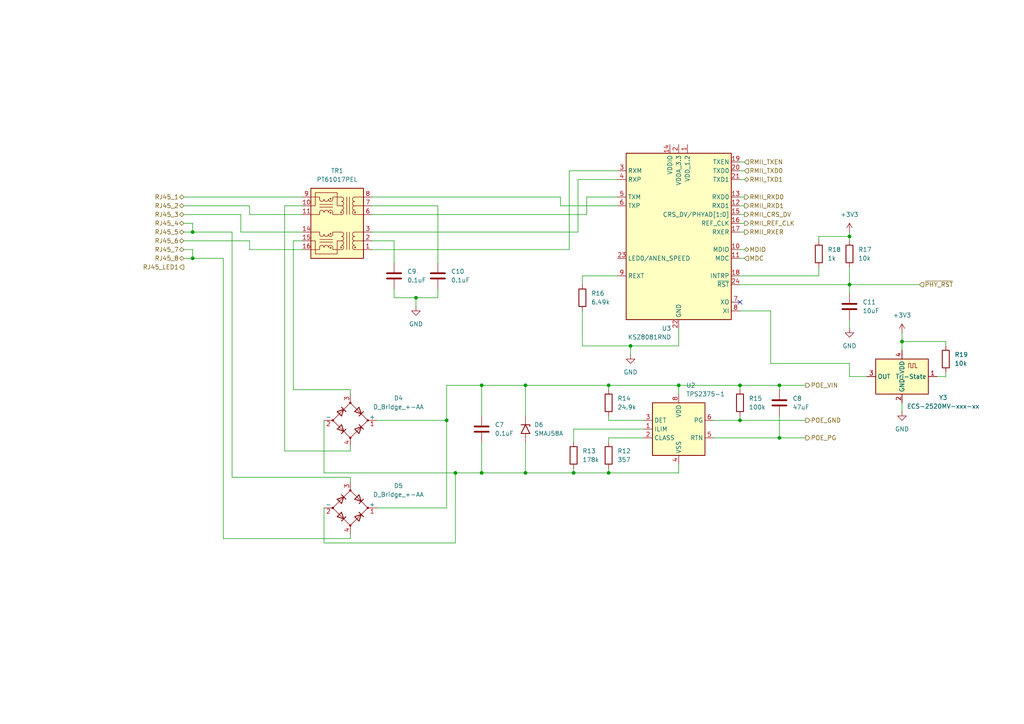
<source format=kicad_sch>
(kicad_sch (version 20250114) (generator "eeschema") (generator_version "9.0")
  (paper "A4")
  (title_block (title "iot-contact"))
  (lib_symbols
    (symbol "Device:C" (pin_numbers (hide yes)) (pin_names (offset 0.254))
      (property "Reference" "C" (at 0.635 2.54 0))
      (property "Value" "C" (at 0.635 -2.54 0))
      (symbol "C_0_1"
        (polyline (pts (xy -2.032 0.762) (xy 2.032 0.762)) (stroke (width 0.508)))
        (polyline (pts (xy -2.032 -0.762) (xy 2.032 -0.762)) (stroke (width 0.508)))
      )
      (symbol "C_1_1"
        (pin passive line (at 0 3.81 270) (length 2.794) (name "~") (number "1"))
        (pin passive line (at 0 -3.81 90) (length 2.794) (name "~") (number "2"))
      )
    )
    (symbol "Device:D_Bridge_+-AA" (pin_names (offset 0))
      (property "Reference" "D" (at 2.54 6.985 0))
      (property "Value" "D_Bridge_+-AA" (at 2.54 5.08 0))
      (symbol "D_Bridge_+-AA_0_1"
        (circle (center -5.08 0) (radius 0.254) (fill (type outline)))
        (polyline (pts (xy -5.08 0) (xy 0 -5.08) (xy 5.08 0) (xy 0 5.08) (xy -5.08 0)))
        (polyline (pts (xy -3.81 2.54) (xy -2.54 1.27) (xy -1.905 3.175) (xy -3.81 2.54)) (stroke (width 0.254)))
        (polyline (pts (xy -2.54 3.81) (xy -1.27 2.54)) (stroke (width 0.254)))
        (polyline (pts (xy -2.54 -1.27) (xy -3.81 -2.54) (xy -1.905 -3.175) (xy -2.54 -1.27)) (stroke (width 0.254)))
        (polyline (pts (xy -1.27 -2.54) (xy -2.54 -3.81)) (stroke (width 0.254)))
        (circle (center 0 5.08) (radius 0.254) (fill (type outline)))
        (circle (center 0 -5.08) (radius 0.254) (fill (type outline)))
        (polyline (pts (xy 1.27 2.54) (xy 2.54 3.81) (xy 3.175 1.905) (xy 1.27 2.54)) (stroke (width 0.254)))
        (polyline (pts (xy 2.54 1.27) (xy 3.81 2.54)) (stroke (width 0.254)))
        (polyline (pts (xy 2.54 -1.27) (xy 3.81 -2.54)) (stroke (width 0.254)))
        (polyline (pts (xy 3.175 -1.905) (xy 1.27 -2.54) (xy 2.54 -3.81) (xy 3.175 -1.905)) (stroke (width 0.254)))
        (circle (center 5.08 0) (radius 0.254) (fill (type outline)))
      )
      (symbol "D_Bridge_+-AA_1_1"
        (pin passive line (at -7.62 0 0) (length 2.54) (name "-") (number "2"))
        (pin passive line (at 0 7.62 270) (length 2.54) (name "~") (number "3"))
        (pin passive line (at 0 -7.62 90) (length 2.54) (name "~") (number "4"))
        (pin passive line (at 7.62 0 180) (length 2.54) (name "+") (number "1"))
      )
    )
    (symbol "Device:R" (pin_numbers (hide yes)) (pin_names (offset 0))
      (property "Reference" "R" (at 2.032 0 90))
      (property "Value" "R" (at 0 0 90))
      (symbol "R_0_1"
        (rectangle (start -1.016 -2.54) (end 1.016 2.54) (stroke (width 0.254)))
      )
      (symbol "R_1_1"
        (pin passive line (at 0 3.81 270) (length 1.27) (name "~") (number "1"))
        (pin passive line (at 0 -3.81 90) (length 1.27) (name "~") (number "2"))
      )
    )
    (symbol "Diode:SMAJ58A" (pin_numbers (hide yes)) (pin_names (offset 1.016) (hide yes))
      (property "Reference" "D" (at 0 2.54 0))
      (property "Value" "SMAJ58A" (at 0 -2.54 0))
      (symbol "SMAJ58A_0_1"
        (polyline (pts (xy -0.762 1.27) (xy -1.27 1.27) (xy -1.27 -1.27)) (stroke (width 0.254)))
        (polyline (pts (xy 1.27 1.27) (xy 1.27 -1.27) (xy -1.27 0) (xy 1.27 1.27)) (stroke (width 0.254)))
      )
      (symbol "SMAJ58A_1_1"
        (pin passive line (at -3.81 0 0) (length 2.54) (name "A1") (number "1"))
        (pin passive line (at 3.81 0 180) (length 2.54) (name "A2") (number "2"))
      )
    )
    (symbol "Interface_Ethernet:KSZ8081RND"
      (property "Reference" "U" (at -15.24 26.035 0))
      (property "Value" "KSZ8081RND" (at 3.81 26.035 0))
      (symbol "KSZ8081RND_0_1"
        (rectangle (start -15.24 25.4) (end 15.24 -22.86) (stroke (width 0.254)) (fill (type background)))
      )
      (symbol "KSZ8081RND_1_1"
        (pin input line (at -17.78 22.86 0) (length 2.54) (name "TXEN") (number "19"))
        (pin input line (at -17.78 20.32 0) (length 2.54) (name "TXD0") (number "20"))
        (pin bidirectional line (at -17.78 17.78 0) (length 2.54) (name "TXD1") (number "21"))
        (pin output line (at -17.78 12.7 0) (length 2.54) (name "RXD0") (number "13"))
        (pin output line (at -17.78 10.16 0) (length 2.54) (name "RXD1") (number "12"))
        (pin output line (at -17.78 7.62 0) (length 2.54) (name "CRS_DV/PHYAD[1:0]") (number "15"))
        (pin output line (at -17.78 5.08 0) (length 2.54) (name "REF_CLK") (number "16"))
        (pin output line (at -17.78 2.54 0) (length 2.54) (name "RXER") (number "17"))
        (pin bidirectional line (at -17.78 -2.54 0) (length 2.54) (name "MDIO") (number "10"))
        (pin input line (at -17.78 -5.08 0) (length 2.54) (name "MDC") (number "11"))
        (pin bidirectional line (at -17.78 -10.16 0) (length 2.54) (name "INTRP") (number "18"))
        (pin input line (at -17.78 -12.7 0) (length 2.54) (name "~{RST}") (number "24"))
        (pin output line (at -17.78 -17.78 0) (length 2.54) (name "XO") (number "7"))
        (pin input line (at -17.78 -20.32 0) (length 2.54) (name "XI") (number "8"))
        (pin power_out line (at -2.54 27.94 270) (length 2.54) (name "VDD_1.2") (number "1"))
        (pin power_in line (at 0 27.94 270) (length 2.54) (name "VDDA_3.3") (number "2"))
        (pin power_in line (at 0 -25.4 90) (length 2.54) (name "GND") (number "22"))
        (pin passive line (at 0 -25.4 90) (length 2.54) (hide yes) (name "GND") (number "25"))
        (pin power_in line (at 2.54 27.94 270) (length 2.54) (name "VDDIO") (number "14"))
        (pin bidirectional line (at 17.78 20.32 180) (length 2.54) (name "RXM") (number "3"))
        (pin bidirectional line (at 17.78 17.78 180) (length 2.54) (name "RXP") (number "4"))
        (pin bidirectional line (at 17.78 12.7 180) (length 2.54) (name "TXM") (number "5"))
        (pin bidirectional line (at 17.78 10.16 180) (length 2.54) (name "TXP") (number "6"))
        (pin output line (at 17.78 -5.08 180) (length 2.54) (name "LED0/ANEN_SPEED") (number "23"))
        (pin passive line (at 17.78 -10.16 180) (length 2.54) (name "REXT") (number "9"))
      )
    )
    (symbol "Oscillator:ECS-2520MV-xxx-xx"
      (property "Reference" "Y" (at -5.08 6.35 0))
      (property "Value" "ECS-2520MV-xxx-xx" (at 1.27 -6.35 0))
      (symbol "ECS-2520MV-xxx-xx_0_1"
        (rectangle (start -7.62 5.08) (end 7.62 -5.08) (stroke (width 0.254)) (fill (type background)))
        (polyline (pts (xy -4.445 2.54) (xy -3.81 2.54) (xy -3.81 3.81) (xy -3.175 3.81) (xy -3.175 2.54) (xy -2.54 2.54) (xy -2.54 3.81) (xy -1.905 3.81) (xy -1.905 2.54)))
      )
      (symbol "ECS-2520MV-xxx-xx_1_1"
        (pin input line (at -10.16 0 0) (length 2.54) (name "Tri-State") (number "1"))
        (pin power_in line (at 0 7.62 270) (length 2.54) (name "VDD") (number "4"))
        (pin power_in line (at 0 -7.62 90) (length 2.54) (name "GND") (number "2"))
        (pin output line (at 10.16 0 180) (length 2.54) (name "OUT") (number "3"))
      )
    )
    (symbol "Regulator_Controller:TPS2375-1"
      (property "Reference" "U" (at 2.54 -8.89 0))
      (property "Value" "TPS2375-1" (at 7.62 -11.43 0))
      (symbol "TPS2375-1_0_1"
        (rectangle (start -7.62 7.62) (end 7.62 -7.62) (stroke (width 0.254)) (fill (type background)))
      )
      (symbol "TPS2375-1_1_1"
        (pin passive line (at -10.16 2.54 0) (length 2.54) (name "DET") (number "3"))
        (pin passive line (at -10.16 0 0) (length 2.54) (name "ILIM") (number "1"))
        (pin passive line (at -10.16 -2.54 0) (length 2.54) (name "CLASS") (number "2"))
        (pin power_in line (at 0 10.16 270) (length 2.54) (name "VDD") (number "8"))
        (pin power_in line (at 0 -10.16 90) (length 2.54) (name "VSS") (number "4"))
        (pin no_connect line (at 7.62 0 180) (length 2.54) (hide yes) (name "NC") (number "7"))
        (pin open_collector line (at 10.16 2.54 180) (length 2.54) (name "PG") (number "6"))
        (pin power_out line (at 10.16 -2.54 180) (length 2.54) (name "RTN") (number "5"))
      )
    )
    (symbol "Transformer:PT61017PEL" (pin_names (hide yes))
      (property "Reference" "TR" (at 0 10.795 0))
      (property "Value" "PT61017PEL" (at 0 -10.795 0))
      (symbol "PT61017PEL_0_1"
        (rectangle (start -7.62 10.16) (end 7.62 -10.16) (stroke (width 0.254)) (fill (type background)))
        (circle (center -5.207 3.175) (radius 0.1778))
        (arc (start -5.08 7.62) (mid -4.4477 6.985) (end -5.08 6.35))
        (polyline (pts (xy -5.08 7.62) (xy -7.62 7.62)))
        (polyline (pts (xy -5.08 5.08) (xy -7.62 5.08)))
        (polyline (pts (xy -5.08 2.54) (xy -7.62 2.54)))
        (polyline (pts (xy -3.556 2.54) (xy -3.556 7.62)))
        (polyline (pts (xy -3.556 -2.54) (xy -3.556 -7.62)))
        (polyline (pts (xy -2.794 7.62) (xy -2.794 2.54)))
        (polyline (pts (xy -2.794 -7.62) (xy -2.794 -2.54)))
        (polyline (pts (xy -1.27 5.08) (xy 0 5.08) (xy 0 8.89) (xy 6.35 8.89) (xy 6.35 5.08) (xy 7.62 5.08)))
        (polyline (pts (xy -1.27 2.54) (xy 1.27 2.54) (xy 1.27 3.175)))
        (polyline (pts (xy 1.27 6.985) (xy 1.27 7.62) (xy -1.27 7.62)))
        (polyline (pts (xy 1.27 5.461) (xy 5.08 5.461)))
        (polyline (pts (xy 1.27 4.699) (xy 5.08 4.699)))
        (polyline (pts (xy 5.08 6.985) (xy 5.08 7.62) (xy 7.62 7.62)))
        (polyline (pts (xy 5.08 3.175) (xy 5.08 2.54) (xy 7.62 2.54)))
      )
      (symbol "PT61017PEL_1_1"
        (circle (center -5.207 -6.985) (radius 0.1778))
        (arc (start -5.08 6.35) (mid -4.4477 5.715) (end -5.08 5.08))
        (arc (start -5.08 5.08) (mid -4.4477 4.445) (end -5.08 3.81))
        (arc (start -5.08 3.81) (mid -4.4477 3.175) (end -5.08 2.54))
        (arc (start -5.08 -2.54) (mid -4.4477 -3.175) (end -5.08 -3.81))
        (arc (start -5.08 -3.81) (mid -4.4477 -4.445) (end -5.08 -5.08))
        (arc (start -5.08 -5.08) (mid -4.4477 -5.715) (end -5.08 -6.35))
        (arc (start -5.08 -6.35) (mid -4.4477 -6.985) (end -5.08 -7.62))
        (polyline (pts (xy -5.08 -2.54) (xy -7.62 -2.54)))
        (polyline (pts (xy -5.08 -5.08) (xy -7.62 -5.08)))
        (polyline (pts (xy -5.08 -7.62) (xy -7.62 -7.62)))
        (polyline (pts (xy -1.27 -7.62) (xy 1.27 -7.62) (xy 1.27 -6.985)))
        (arc (start -1.27 6.35) (mid -1.9023 6.985) (end -1.27 7.62))
        (arc (start -1.27 5.08) (mid -1.9023 5.715) (end -1.27 6.35))
        (arc (start -1.27 3.81) (mid -1.9023 4.445) (end -1.27 5.08))
        (arc (start -1.27 2.54) (mid -1.9023 3.175) (end -1.27 3.81))
        (arc (start -1.27 -3.81) (mid -1.9023 -3.175) (end -1.27 -2.54))
        (arc (start -1.27 -5.08) (mid -1.9023 -4.445) (end -1.27 -3.81))
        (arc (start -1.27 -6.35) (mid -1.9023 -5.715) (end -1.27 -5.08))
        (arc (start -1.27 -7.62) (mid -1.9023 -6.985) (end -1.27 -6.35))
        (circle (center -1.143 3.175) (radius 0.1778))
        (circle (center -1.143 -6.985) (radius 0.1778))
        (polyline (pts (xy 1.27 -3.175) (xy 1.27 -2.54) (xy -1.27 -2.54)))
        (polyline (pts (xy 1.27 -4.699) (xy 5.08 -4.699)))
        (polyline (pts (xy 1.27 -5.461) (xy 5.08 -5.461)))
        (circle (center 1.905 7.112) (radius 0.1778))
        (arc (start 2.54 6.985) (mid 1.905 6.3527) (end 1.27 6.985))
        (arc (start 1.27 3.175) (mid 1.905 3.8073) (end 2.54 3.175))
        (circle (center 1.905 3.048) (radius 0.1778))
        (circle (center 1.905 -3.048) (radius 0.1778))
        (arc (start 2.54 -3.175) (mid 1.905 -3.8073) (end 1.27 -3.175))
        (arc (start 1.27 -6.985) (mid 1.905 -6.3527) (end 2.54 -6.985))
        (circle (center 1.905 -7.112) (radius 0.1778))
        (arc (start 3.81 6.985) (mid 3.175 6.3527) (end 2.54 6.985))
        (arc (start 2.54 3.175) (mid 3.175 3.8073) (end 3.81 3.175))
        (arc (start 3.81 -3.175) (mid 3.175 -3.8073) (end 2.54 -3.175))
        (arc (start 2.54 -6.985) (mid 3.175 -6.3527) (end 3.81 -6.985))
        (arc (start 5.08 6.985) (mid 4.445 6.3527) (end 3.81 6.985))
        (arc (start 3.81 3.175) (mid 4.445 3.8073) (end 5.08 3.175))
        (arc (start 5.08 -3.175) (mid 4.445 -3.8073) (end 3.81 -3.175))
        (arc (start 3.81 -6.985) (mid 4.445 -6.3527) (end 5.08 -6.985))
        (polyline (pts (xy 5.08 -3.175) (xy 5.08 -2.54) (xy 7.62 -2.54)))
        (polyline (pts (xy 5.08 -6.985) (xy 5.08 -7.62) (xy 7.62 -7.62)))
        (polyline (pts (xy 7.62 -5.08) (xy 6.35 -5.08) (xy 6.35 -8.89) (xy 0 -8.89) (xy 0 -5.08) (xy -1.27 -5.08)))
        (pin passive line (at -10.16 7.62 0) (length 2.54) (name "RD-") (number "8"))
        (pin passive line (at -10.16 5.08 0) (length 2.54) (name "C_RD") (number "7"))
        (pin passive line (at -10.16 2.54 0) (length 2.54) (name "RD+") (number "6"))
        (pin passive line (at -10.16 -2.54 0) (length 2.54) (name "TD-") (number "3"))
        (pin passive line (at -10.16 -5.08 0) (length 2.54) (name "C_TD") (number "2"))
        (pin passive line (at -10.16 -7.62 0) (length 2.54) (name "TD+") (number "1"))
        (pin passive line (at 10.16 7.62 180) (length 2.54) (name "RX-") (number "9"))
        (pin passive line (at 10.16 5.08 180) (length 2.54) (name "C_RX") (number "10"))
        (pin passive line (at 10.16 2.54 180) (length 2.54) (name "RX+") (number "11"))
        (pin passive line (at 10.16 -2.54 180) (length 2.54) (name "TX-") (number "14"))
        (pin passive line (at 10.16 -5.08 180) (length 2.54) (name "C_TX") (number "15"))
        (pin passive line (at 10.16 -7.62 180) (length 2.54) (name "TX+") (number "16"))
      )
    )
    (symbol "power:+3V3" (power) (pin_numbers (hide yes)) (pin_names (offset 0) (hide yes))
      (property "Value" "+3V3" (at 0 3.556 0))
      (symbol "+3V3_0_1"
        (polyline (pts (xy -0.762 1.27) (xy 0 2.54)))
        (polyline (pts (xy 0 2.54) (xy 0.762 1.27)))
        (polyline (pts (xy 0 0) (xy 0 2.54)))
      )
      (symbol "+3V3_1_1"
        (pin power_in line (at 0 0 90) (length 0) (name "~") (number "1"))
      )
    )
    (symbol "power:GND" (power) (pin_numbers (hide yes)) (pin_names (offset 0) (hide yes))
      (property "Value" "GND" (at 0 -3.81 0))
      (symbol "GND_0_1"
        (polyline (pts (xy 0 0) (xy 0 -1.27) (xy 1.27 -1.27) (xy 0 -2.54) (xy -1.27 -1.27) (xy 0 -1.27)))
      )
      (symbol "GND_1_1"
        (pin power_in line (at 0 0 270) (length 0) (name "~") (number "1"))
      )
    )
  )
  (junction (at 152.4 111.76))
  (junction (at 139.7 137.16))
  (junction (at 214.63 121.92))
  (junction (at 214.63 111.76))
  (junction (at 226.06 127))
  (junction (at 55.88 74.93))
  (junction (at 166.37 137.16))
  (junction (at 152.4 137.16))
  (junction (at 246.38 68.58))
  (junction (at 226.06 111.76))
  (junction (at 246.38 82.55))
  (junction (at 139.7 111.76))
  (junction (at 176.53 111.76))
  (junction (at 120.65 86.36))
  (junction (at 55.88 67.31))
  (junction (at 176.53 137.16))
  (junction (at 129.54 121.92))
  (junction (at 182.88 100.33))
  (junction (at 261.62 99.06))
  (junction (at 196.85 111.76))
  (junction (at 132.08 137.16))
  (no_connect (at 214.63 87.63))
  (wire (pts (xy 107.95 59.69) (xy 127 59.69)))
  (wire (pts (xy 55.88 74.93) (xy 55.88 72.39)))
  (wire (pts (xy 196.85 100.33) (xy 196.85 95.25)))
  (wire (pts (xy 93.98 121.92) (xy 93.98 137.16)))
  (wire (pts (xy 226.06 111.76) (xy 233.68 111.76)))
  (wire (pts (xy 55.88 72.39) (xy 53.34 72.39)))
  (wire (pts (xy 120.65 86.36) (xy 120.65 88.9)))
  (wire (pts (xy 82.55 130.81) (xy 101.6 130.81)))
  (wire (pts (xy 85.09 113.03) (xy 101.6 113.03)))
  (wire (pts (xy 271.78 109.22) (xy 274.32 109.22)))
  (wire (pts (xy 53.34 64.77) (xy 55.88 64.77)))
  (wire (pts (xy 170.18 62.23) (xy 170.18 57.15)))
  (wire (pts (xy 237.49 69.85) (xy 237.49 68.58)))
  (wire (pts (xy 214.63 46.99) (xy 215.9 46.99)))
  (wire (pts (xy 274.32 99.06) (xy 261.62 99.06)))
  (wire (pts (xy 162.56 57.15) (xy 162.56 59.69)))
  (wire (pts (xy 214.63 72.39) (xy 215.9 72.39)))
  (wire (pts (xy 72.39 62.23) (xy 87.63 62.23)))
  (wire (pts (xy 64.77 156.21) (xy 101.6 156.21)))
  (wire (pts (xy 168.91 90.17) (xy 168.91 100.33)))
  (wire (pts (xy 55.88 67.31) (xy 55.88 64.77)))
  (wire (pts (xy 214.63 52.07) (xy 215.9 52.07)))
  (wire (pts (xy 246.38 77.47) (xy 246.38 82.55)))
  (wire (pts (xy 166.37 128.27) (xy 166.37 124.46)))
  (wire (pts (xy 101.6 113.03) (xy 101.6 114.3)))
  (wire (pts (xy 109.22 121.92) (xy 129.54 121.92)))
  (wire (pts (xy 55.88 74.93) (xy 64.77 74.93)))
  (wire (pts (xy 53.34 62.23) (xy 69.85 62.23)))
  (wire (pts (xy 261.62 96.52) (xy 261.62 99.06)))
  (wire (pts (xy 246.38 105.41) (xy 223.52 105.41)))
  (wire (pts (xy 69.85 62.23) (xy 69.85 67.31)))
  (wire (pts (xy 214.63 59.69) (xy 215.9 59.69)))
  (wire (pts (xy 72.39 69.85) (xy 72.39 72.39)))
  (wire (pts (xy 196.85 137.16) (xy 196.85 134.62)))
  (wire (pts (xy 165.1 49.53) (xy 179.07 49.53)))
  (wire (pts (xy 165.1 72.39) (xy 165.1 49.53)))
  (wire (pts (xy 251.46 109.22) (xy 246.38 109.22)))
  (wire (pts (xy 132.08 137.16) (xy 139.7 137.16)))
  (wire (pts (xy 55.88 67.31) (xy 67.31 67.31)))
  (wire (pts (xy 152.4 111.76) (xy 152.4 120.65)))
  (wire (pts (xy 274.32 99.06) (xy 274.32 100.33)))
  (wire (pts (xy 176.53 121.92) (xy 186.69 121.92)))
  (wire (pts (xy 107.95 72.39) (xy 165.1 72.39)))
  (wire (pts (xy 176.53 127) (xy 186.69 127)))
  (wire (pts (xy 167.64 52.07) (xy 179.07 52.07)))
  (wire (pts (xy 101.6 156.21) (xy 101.6 154.94)))
  (wire (pts (xy 87.63 59.69) (xy 82.55 59.69)))
  (wire (pts (xy 168.91 80.01) (xy 179.07 80.01)))
  (wire (pts (xy 207.01 127) (xy 226.06 127)))
  (wire (pts (xy 246.38 82.55) (xy 246.38 85.09)))
  (wire (pts (xy 214.63 111.76) (xy 226.06 111.76)))
  (wire (pts (xy 214.63 49.53) (xy 215.9 49.53)))
  (wire (pts (xy 166.37 135.89) (xy 166.37 137.16)))
  (wire (pts (xy 152.4 111.76) (xy 176.53 111.76)))
  (wire (pts (xy 53.34 59.69) (xy 72.39 59.69)))
  (wire (pts (xy 207.01 121.92) (xy 214.63 121.92)))
  (wire (pts (xy 82.55 59.69) (xy 82.55 130.81)))
  (wire (pts (xy 214.63 120.65) (xy 214.63 121.92)))
  (wire (pts (xy 214.63 111.76) (xy 214.63 113.03)))
  (wire (pts (xy 87.63 69.85) (xy 85.09 69.85)))
  (wire (pts (xy 226.06 120.65) (xy 226.06 127)))
  (wire (pts (xy 176.53 120.65) (xy 176.53 121.92)))
  (wire (pts (xy 107.95 57.15) (xy 162.56 57.15)))
  (wire (pts (xy 226.06 127) (xy 233.68 127)))
  (wire (pts (xy 101.6 138.43) (xy 101.6 139.7)))
  (wire (pts (xy 114.3 86.36) (xy 120.65 86.36)))
  (wire (pts (xy 72.39 72.39) (xy 87.63 72.39)))
  (wire (pts (xy 196.85 111.76) (xy 214.63 111.76)))
  (wire (pts (xy 107.95 62.23) (xy 170.18 62.23)))
  (wire (pts (xy 127 83.82) (xy 127 86.36)))
  (wire (pts (xy 261.62 116.84) (xy 261.62 119.38)))
  (wire (pts (xy 214.63 82.55) (xy 246.38 82.55)))
  (wire (pts (xy 72.39 59.69) (xy 72.39 62.23)))
  (wire (pts (xy 176.53 135.89) (xy 176.53 137.16)))
  (wire (pts (xy 166.37 137.16) (xy 176.53 137.16)))
  (wire (pts (xy 114.3 76.2) (xy 114.3 69.85)))
  (wire (pts (xy 139.7 111.76) (xy 139.7 120.65)))
  (wire (pts (xy 246.38 82.55) (xy 266.7 82.55)))
  (wire (pts (xy 67.31 138.43) (xy 101.6 138.43)))
  (wire (pts (xy 214.63 57.15) (xy 215.9 57.15)))
  (wire (pts (xy 139.7 137.16) (xy 152.4 137.16)))
  (wire (pts (xy 176.53 111.76) (xy 196.85 111.76)))
  (wire (pts (xy 101.6 130.81) (xy 101.6 129.54)))
  (wire (pts (xy 214.63 121.92) (xy 233.68 121.92)))
  (wire (pts (xy 93.98 137.16) (xy 132.08 137.16)))
  (wire (pts (xy 214.63 62.23) (xy 215.9 62.23)))
  (wire (pts (xy 214.63 74.93) (xy 215.9 74.93)))
  (wire (pts (xy 85.09 69.85) (xy 85.09 113.03)))
  (wire (pts (xy 223.52 105.41) (xy 223.52 90.17)))
  (wire (pts (xy 168.91 82.55) (xy 168.91 80.01)))
  (wire (pts (xy 182.88 100.33) (xy 182.88 102.87)))
  (wire (pts (xy 53.34 69.85) (xy 72.39 69.85)))
  (wire (pts (xy 53.34 57.15) (xy 87.63 57.15)))
  (wire (pts (xy 223.52 90.17) (xy 214.63 90.17)))
  (wire (pts (xy 226.06 111.76) (xy 226.06 113.03)))
  (wire (pts (xy 129.54 147.32) (xy 129.54 121.92)))
  (wire (pts (xy 93.98 157.48) (xy 132.08 157.48)))
  (wire (pts (xy 261.62 99.06) (xy 261.62 101.6)))
  (wire (pts (xy 64.77 74.93) (xy 64.77 156.21)))
  (wire (pts (xy 196.85 111.76) (xy 196.85 114.3)))
  (wire (pts (xy 162.56 59.69) (xy 179.07 59.69)))
  (wire (pts (xy 246.38 92.71) (xy 246.38 95.25)))
  (wire (pts (xy 170.18 57.15) (xy 179.07 57.15)))
  (wire (pts (xy 237.49 80.01) (xy 237.49 77.47)))
  (wire (pts (xy 246.38 109.22) (xy 246.38 105.41)))
  (wire (pts (xy 139.7 111.76) (xy 152.4 111.76)))
  (wire (pts (xy 109.22 147.32) (xy 129.54 147.32)))
  (wire (pts (xy 53.34 67.31) (xy 55.88 67.31)))
  (wire (pts (xy 114.3 83.82) (xy 114.3 86.36)))
  (wire (pts (xy 139.7 128.27) (xy 139.7 137.16)))
  (wire (pts (xy 93.98 147.32) (xy 93.98 157.48)))
  (wire (pts (xy 69.85 67.31) (xy 87.63 67.31)))
  (wire (pts (xy 214.63 67.31) (xy 215.9 67.31)))
  (wire (pts (xy 246.38 67.31) (xy 246.38 68.58)))
  (wire (pts (xy 127 59.69) (xy 127 76.2)))
  (wire (pts (xy 182.88 100.33) (xy 196.85 100.33)))
  (wire (pts (xy 237.49 68.58) (xy 246.38 68.58)))
  (wire (pts (xy 176.53 111.76) (xy 176.53 113.03)))
  (wire (pts (xy 152.4 137.16) (xy 166.37 137.16)))
  (wire (pts (xy 274.32 109.22) (xy 274.32 107.95)))
  (wire (pts (xy 129.54 121.92) (xy 129.54 111.76)))
  (wire (pts (xy 176.53 128.27) (xy 176.53 127)))
  (wire (pts (xy 152.4 128.27) (xy 152.4 137.16)))
  (wire (pts (xy 107.95 67.31) (xy 167.64 67.31)))
  (wire (pts (xy 129.54 111.76) (xy 139.7 111.76)))
  (wire (pts (xy 176.53 137.16) (xy 196.85 137.16)))
  (wire (pts (xy 168.91 100.33) (xy 182.88 100.33)))
  (wire (pts (xy 67.31 67.31) (xy 67.31 138.43)))
  (wire (pts (xy 167.64 67.31) (xy 167.64 52.07)))
  (wire (pts (xy 166.37 124.46) (xy 186.69 124.46)))
  (wire (pts (xy 127 86.36) (xy 120.65 86.36)))
  (wire (pts (xy 214.63 80.01) (xy 237.49 80.01)))
  (wire (pts (xy 214.63 64.77) (xy 215.9 64.77)))
  (wire (pts (xy 246.38 68.58) (xy 246.38 69.85)))
  (wire (pts (xy 53.34 74.93) (xy 55.88 74.93)))
  (wire (pts (xy 132.08 157.48) (xy 132.08 137.16)))
  (wire (pts (xy 114.3 69.85) (xy 107.95 69.85)))
  (hierarchical_label "RMII_REF_CLK" (shape output) (at 215.9 64.77 0))
  (hierarchical_label "~{PHY_RST}" (shape input) (at 266.7 82.55 0))
  (hierarchical_label "RMII_TXEN" (shape input) (at 215.9 46.99 0))
  (hierarchical_label "MDC" (shape input) (at 215.9 74.93 0))
  (hierarchical_label "RMII_RXER" (shape output) (at 215.9 67.31 0))
  (hierarchical_label "RJ45_7" (shape bidirectional) (at 53.34 72.39 180))
  (hierarchical_label "RMII_TXD0" (shape input) (at 215.9 49.53 0))
  (hierarchical_label "MDIO" (shape bidirectional) (at 215.9 72.39 0))
  (hierarchical_label "POE_VIN" (shape output) (at 233.68 111.76 0))
  (hierarchical_label "RJ45_LED1" (shape output) (at 53.34 77.47 180))
  (hierarchical_label "RMII_TXD1" (shape bidirectional) (at 215.9 52.07 0))
  (hierarchical_label "RJ45_2" (shape bidirectional) (at 53.34 59.69 180))
  (hierarchical_label "RJ45_3" (shape bidirectional) (at 53.34 62.23 180))
  (hierarchical_label "POE_GND" (shape output) (at 233.68 121.92 0))
  (hierarchical_label "RJ45_1" (shape bidirectional) (at 53.34 57.15 180))
  (hierarchical_label "RJ45_5" (shape bidirectional) (at 53.34 67.31 180))
  (hierarchical_label "RMII_CRS_DV" (shape output) (at 215.9 62.23 0))
  (hierarchical_label "RJ45_4" (shape bidirectional) (at 53.34 64.77 180))
  (hierarchical_label "RMII_RXD1" (shape output) (at 215.9 59.69 0))
  (hierarchical_label "RMII_RXD0" (shape output) (at 215.9 57.15 0))
  (hierarchical_label "RJ45_8" (shape bidirectional) (at 53.34 74.93 180))
  (hierarchical_label "POE_PG" (shape output) (at 233.68 127 0))
  (hierarchical_label "RJ45_6" (shape bidirectional) (at 53.34 69.85 180))
  (symbol (lib_id "Device:C") (at 139.7 124.46 0) (unit 1)
    (property "Reference" "C7" (at 143.51 123.1899 0) (effects (justify left)))
    (property "Value" "0.1uF" (at 143.51 125.7299 0) (effects (justify left)))
    (property "Description" "Unpolarized capacitor" (effects (hide yes)))
  )
  (symbol (lib_id "Device:R") (at 214.63 116.84 0) (unit 1)
    (property "Reference" "R15" (at 217.17 115.5699 0) (effects (justify left)))
    (property "Value" "100k" (at 217.17 118.1099 0) (effects (justify left)))
    (property "Description" "Resistor" (effects (hide yes)))
  )
  (symbol (lib_id "Transformer:PT61017PEL") (at 97.79 64.77 0) (mirror y) (unit 1)
    (property "Reference" "TR1" (at 97.79 49.53 0))
    (property "Value" "PT61017PEL" (at 97.79 52.07 0))
    (property "Footprint" "Transformer_SMD:Transformer_Ethernet_Bourns_PT61017PEL" (effects (hide yes)))
    (property "Datasheet" "https://www.bourns.com/docs/Product-Datasheets/PT61017PEL.pdf" (effects (hide yes)))
    (property "Description" "Ethernet LAN 10/100 Base-Tx Transformer with Center Taps" (effects (hide yes)))
  )
  (symbol (lib_id "Regulator_Controller:TPS2375-1") (at 196.85 124.46 0) (unit 1)
    (property "Reference" "U2" (at 198.9933 111.76 0) (effects (justify left)))
    (property "Value" "TPS2375-1" (at 198.9933 114.3 0) (effects (justify left)))
    (property "Footprint" "Package_SO:TSSOP-8_4.4x3mm_P0.65mm" (effects (hide yes)))
    (property "Datasheet" "https://www.ti.com/lit/gpn/tps2375-1" (effects (hide yes)))
    (property "Description" "IEEE802.3af PoE Controller, Auto-Retry" (effects (hide yes)))
  )
  (symbol (lib_id "Oscillator:ECS-2520MV-xxx-xx") (at 261.62 109.22 0) (mirror y) (unit 1)
    (property "Reference" "Y3" (at 273.558 115.316 0))
    (property "Value" "ECS-2520MV-xxx-xx" (at 273.558 117.856 0))
    (property "Footprint" "Oscillator:Oscillator_SMD_ECS_2520MV-xxx-xx-4Pin_2.5x2.0mm" (effects (hide yes)))
    (property "Datasheet" "https://www.ecsxtal.com/store/pdf/ECS-2520MV.pdf" (effects (hide yes)))
    (property "Description" "HCMOS Crystal Clock Oscillator, 2.5x2.0 mm SMD" (effects (hide yes)))
    (property "MPN" "ECS-2520MV-500-BN-TR" (effects (hide yes)))
    (property "Manufacturer" "ECS Inc." (effects (hide yes)))
  )
  (symbol (lib_id "Device:R") (at 176.53 132.08 0) (unit 1)
    (property "Reference" "R12" (at 179.07 130.8099 0) (effects (justify left)))
    (property "Value" "357" (at 179.07 133.3499 0) (effects (justify left)))
    (property "Description" "Resistor" (effects (hide yes)))
  )
  (symbol (lib_id "Device:R") (at 237.49 73.66 0) (unit 1)
    (property "Reference" "R18" (at 240.03 72.3899 0) (effects (justify left)))
    (property "Value" "1k" (at 240.03 74.9299 0) (effects (justify left)))
    (property "Description" "Resistor" (effects (hide yes)))
  )
  (symbol (lib_id "power:GND") (at 182.88 102.87 0) (unit 1)
    (property "Reference" "#PWR020" (effects (hide yes)))
    (property "Value" "GND" (at 182.88 107.95 0))
    (property "Description" "Power symbol creates a global label with name \"GND\" , ground" (effects (hide yes)))
  )
  (symbol (lib_id "power:+3V3") (at 246.38 67.31 0) (unit 1)
    (property "Reference" "#PWR021" (effects (hide yes)))
    (property "Value" "+3V3" (at 246.38 62.23 0))
    (property "Description" "Power symbol creates a global label with name \"+3V3\"" (effects (hide yes)))
  )
  (symbol (lib_id "Device:R") (at 274.32 104.14 0) (unit 1)
    (property "Reference" "R19" (at 276.86 102.8699 0) (effects (justify left)))
    (property "Value" "10k" (at 276.86 105.4099 0) (effects (justify left)))
    (property "Description" "Resistor" (effects (hide yes)))
  )
  (symbol (lib_id "Diode:SMAJ58A") (at 152.4 124.46 270) (unit 1)
    (property "Reference" "D6" (at 154.94 123.1899 90) (effects (justify left)))
    (property "Value" "SMAJ58A" (at 154.94 125.7299 90) (effects (justify left)))
    (property "Footprint" "Diode_SMD:D_SMA" (effects (hide yes)))
    (property "Datasheet" "https://www.littelfuse.com/media?resourcetype=datasheets&itemid=75e32973-b177-4ee3-a0ff-cedaf1abdb93&filename=smaj-datasheet" (effects (hide yes)))
    (property "Description" "400W unidirectional Transient Voltage Suppressor, 58.0Vr, SMA(DO-214AC)" (effects (hide yes)))
  )
  (symbol (lib_id "Device:C") (at 246.38 88.9 0) (unit 1)
    (property "Reference" "C11" (at 250.19 87.6299 0) (effects (justify left)))
    (property "Value" "10uF" (at 250.19 90.1699 0) (effects (justify left)))
    (property "Description" "Unpolarized capacitor" (effects (hide yes)))
  )
  (symbol (lib_id "Device:R") (at 168.91 86.36 0) (unit 1)
    (property "Reference" "R16" (at 171.45 85.0899 0) (effects (justify left)))
    (property "Value" "6.49k" (at 171.45 87.6299 0) (effects (justify left)))
    (property "Description" "Resistor" (effects (hide yes)))
  )
  (symbol (lib_id "Device:D_Bridge_+-AA") (at 101.6 147.32 0) (unit 1)
    (property "Reference" "D5" (at 115.57 140.8998 0))
    (property "Value" "D_Bridge_+-AA" (at 115.57 143.4398 0))
    (property "Description" "Diode bridge, +ve/-ve/AC/AC" (effects (hide yes)))
  )
  (symbol (lib_id "Interface_Ethernet:KSZ8081RND") (at 196.85 69.85 0) (mirror y) (unit 1)
    (property "Reference" "U3" (at 194.7067 95.25 0) (effects (justify left)))
    (property "Value" "KSZ8081RND" (at 194.7067 97.79 0) (effects (justify left)))
    (property "Footprint" "Package_DFN_QFN:QFN-24-1EP_4x4mm_P0.5mm_EP2.6x2.6mm" (effects (hide yes)))
    (property "Datasheet" "http://ww1.microchip.com/downloads/en/DeviceDoc/00002199A.pdf" (effects (hide yes)))
    (property "Description" "10BASE-T/100BASE-TX PHY with RMII Support, 50 MHz input clock, QFN-24" (effects (hide yes)))
  )
  (symbol (lib_id "power:GND") (at 246.38 95.25 0) (unit 1)
    (property "Reference" "#PWR022" (effects (hide yes)))
    (property "Value" "GND" (at 246.38 100.33 0))
    (property "Description" "Power symbol creates a global label with name \"GND\" , ground" (effects (hide yes)))
  )
  (symbol (lib_id "Device:D_Bridge_+-AA") (at 101.6 121.92 0) (unit 1)
    (property "Reference" "D4" (at 115.57 115.4998 0))
    (property "Value" "D_Bridge_+-AA" (at 115.57 118.0398 0))
    (property "Description" "Diode bridge, +ve/-ve/AC/AC" (effects (hide yes)))
  )
  (symbol (lib_id "Device:C") (at 127 80.01 0) (unit 1)
    (property "Reference" "C10" (at 130.81 78.7399 0) (effects (justify left)))
    (property "Value" "0.1uF" (at 130.81 81.2799 0) (effects (justify left)))
    (property "Description" "Unpolarized capacitor" (effects (hide yes)))
  )
  (symbol (lib_id "Device:C") (at 114.3 80.01 0) (unit 1)
    (property "Reference" "C9" (at 118.11 78.7399 0) (effects (justify left)))
    (property "Value" "0.1uF" (at 118.11 81.2799 0) (effects (justify left)))
    (property "Description" "Unpolarized capacitor" (effects (hide yes)))
  )
  (symbol (lib_id "power:GND") (at 120.65 88.9 0) (unit 1)
    (property "Reference" "#PWR019" (effects (hide yes)))
    (property "Value" "GND" (at 120.65 93.98 0))
    (property "Description" "Power symbol creates a global label with name \"GND\" , ground" (effects (hide yes)))
  )
  (symbol (lib_id "Device:R") (at 246.38 73.66 0) (unit 1)
    (property "Reference" "R17" (at 248.92 72.3899 0) (effects (justify left)))
    (property "Value" "10k" (at 248.92 74.9299 0) (effects (justify left)))
    (property "Description" "Resistor" (effects (hide yes)))
  )
  (symbol (lib_id "Device:R") (at 166.37 132.08 0) (unit 1)
    (property "Reference" "R13" (at 168.91 130.8099 0) (effects (justify left)))
    (property "Value" "178k" (at 168.91 133.3499 0) (effects (justify left)))
    (property "Description" "Resistor" (effects (hide yes)))
  )
  (symbol (lib_id "Device:R") (at 176.53 116.84 0) (unit 1)
    (property "Reference" "R14" (at 179.07 115.5699 0) (effects (justify left)))
    (property "Value" "24.9k" (at 179.07 118.1099 0) (effects (justify left)))
    (property "Description" "Resistor" (effects (hide yes)))
  )
  (symbol (lib_id "Device:C") (at 226.06 116.84 0) (unit 1)
    (property "Reference" "C8" (at 229.87 115.5699 0) (effects (justify left)))
    (property "Value" "47uF" (at 229.87 118.1099 0) (effects (justify left)))
    (property "Description" "Unpolarized capacitor" (effects (hide yes)))
  )
  (symbol (lib_id "power:+3V3") (at 261.62 96.52 0) (unit 1)
    (property "Reference" "#PWR024" (effects (hide yes)))
    (property "Value" "+3V3" (at 261.62 91.44 0))
    (property "Description" "Power symbol creates a global label with name \"+3V3\"" (effects (hide yes)))
  )
  (symbol (lib_id "power:GND") (at 261.62 119.38 0) (unit 1)
    (property "Reference" "#PWR023" (effects (hide yes)))
    (property "Value" "GND" (at 261.62 124.46 0))
    (property "Description" "Power symbol creates a global label with name \"GND\" , ground" (effects (hide yes)))
  )
)
</source>
